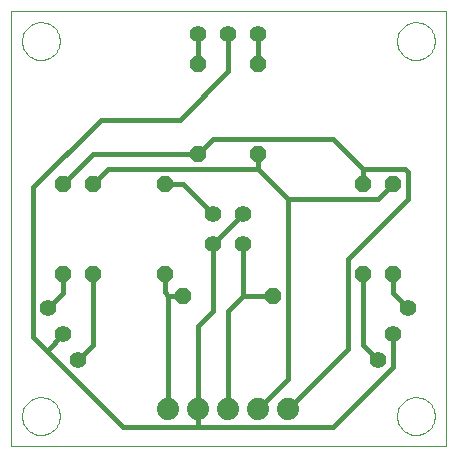
<source format=gbl>
G75*
%MOIN*%
%OFA0B0*%
%FSLAX24Y24*%
%IPPOS*%
%LPD*%
%AMOC8*
5,1,8,0,0,1.08239X$1,22.5*
%
%ADD10C,0.0000*%
%ADD11C,0.0551*%
%ADD12OC8,0.0520*%
%ADD13C,0.0560*%
%ADD14C,0.0740*%
%ADD15C,0.0160*%
D10*
X000100Y000112D02*
X000100Y014608D01*
X000100Y014612D01*
X000100Y014608D02*
X014595Y014608D01*
X014595Y000112D01*
X000100Y000112D01*
X000470Y001112D02*
X000472Y001162D01*
X000478Y001212D01*
X000488Y001261D01*
X000502Y001309D01*
X000519Y001356D01*
X000540Y001401D01*
X000565Y001445D01*
X000593Y001486D01*
X000625Y001525D01*
X000659Y001562D01*
X000696Y001596D01*
X000736Y001626D01*
X000778Y001653D01*
X000822Y001677D01*
X000868Y001698D01*
X000915Y001714D01*
X000963Y001727D01*
X001013Y001736D01*
X001062Y001741D01*
X001113Y001742D01*
X001163Y001739D01*
X001212Y001732D01*
X001261Y001721D01*
X001309Y001706D01*
X001355Y001688D01*
X001400Y001666D01*
X001443Y001640D01*
X001484Y001611D01*
X001523Y001579D01*
X001559Y001544D01*
X001591Y001506D01*
X001621Y001466D01*
X001648Y001423D01*
X001671Y001379D01*
X001690Y001333D01*
X001706Y001285D01*
X001718Y001236D01*
X001726Y001187D01*
X001730Y001137D01*
X001730Y001087D01*
X001726Y001037D01*
X001718Y000988D01*
X001706Y000939D01*
X001690Y000891D01*
X001671Y000845D01*
X001648Y000801D01*
X001621Y000758D01*
X001591Y000718D01*
X001559Y000680D01*
X001523Y000645D01*
X001484Y000613D01*
X001443Y000584D01*
X001400Y000558D01*
X001355Y000536D01*
X001309Y000518D01*
X001261Y000503D01*
X001212Y000492D01*
X001163Y000485D01*
X001113Y000482D01*
X001062Y000483D01*
X001013Y000488D01*
X000963Y000497D01*
X000915Y000510D01*
X000868Y000526D01*
X000822Y000547D01*
X000778Y000571D01*
X000736Y000598D01*
X000696Y000628D01*
X000659Y000662D01*
X000625Y000699D01*
X000593Y000738D01*
X000565Y000779D01*
X000540Y000823D01*
X000519Y000868D01*
X000502Y000915D01*
X000488Y000963D01*
X000478Y001012D01*
X000472Y001062D01*
X000470Y001112D01*
X000470Y013612D02*
X000472Y013662D01*
X000478Y013712D01*
X000488Y013761D01*
X000502Y013809D01*
X000519Y013856D01*
X000540Y013901D01*
X000565Y013945D01*
X000593Y013986D01*
X000625Y014025D01*
X000659Y014062D01*
X000696Y014096D01*
X000736Y014126D01*
X000778Y014153D01*
X000822Y014177D01*
X000868Y014198D01*
X000915Y014214D01*
X000963Y014227D01*
X001013Y014236D01*
X001062Y014241D01*
X001113Y014242D01*
X001163Y014239D01*
X001212Y014232D01*
X001261Y014221D01*
X001309Y014206D01*
X001355Y014188D01*
X001400Y014166D01*
X001443Y014140D01*
X001484Y014111D01*
X001523Y014079D01*
X001559Y014044D01*
X001591Y014006D01*
X001621Y013966D01*
X001648Y013923D01*
X001671Y013879D01*
X001690Y013833D01*
X001706Y013785D01*
X001718Y013736D01*
X001726Y013687D01*
X001730Y013637D01*
X001730Y013587D01*
X001726Y013537D01*
X001718Y013488D01*
X001706Y013439D01*
X001690Y013391D01*
X001671Y013345D01*
X001648Y013301D01*
X001621Y013258D01*
X001591Y013218D01*
X001559Y013180D01*
X001523Y013145D01*
X001484Y013113D01*
X001443Y013084D01*
X001400Y013058D01*
X001355Y013036D01*
X001309Y013018D01*
X001261Y013003D01*
X001212Y012992D01*
X001163Y012985D01*
X001113Y012982D01*
X001062Y012983D01*
X001013Y012988D01*
X000963Y012997D01*
X000915Y013010D01*
X000868Y013026D01*
X000822Y013047D01*
X000778Y013071D01*
X000736Y013098D01*
X000696Y013128D01*
X000659Y013162D01*
X000625Y013199D01*
X000593Y013238D01*
X000565Y013279D01*
X000540Y013323D01*
X000519Y013368D01*
X000502Y013415D01*
X000488Y013463D01*
X000478Y013512D01*
X000472Y013562D01*
X000470Y013612D01*
X012970Y013612D02*
X012972Y013662D01*
X012978Y013712D01*
X012988Y013761D01*
X013002Y013809D01*
X013019Y013856D01*
X013040Y013901D01*
X013065Y013945D01*
X013093Y013986D01*
X013125Y014025D01*
X013159Y014062D01*
X013196Y014096D01*
X013236Y014126D01*
X013278Y014153D01*
X013322Y014177D01*
X013368Y014198D01*
X013415Y014214D01*
X013463Y014227D01*
X013513Y014236D01*
X013562Y014241D01*
X013613Y014242D01*
X013663Y014239D01*
X013712Y014232D01*
X013761Y014221D01*
X013809Y014206D01*
X013855Y014188D01*
X013900Y014166D01*
X013943Y014140D01*
X013984Y014111D01*
X014023Y014079D01*
X014059Y014044D01*
X014091Y014006D01*
X014121Y013966D01*
X014148Y013923D01*
X014171Y013879D01*
X014190Y013833D01*
X014206Y013785D01*
X014218Y013736D01*
X014226Y013687D01*
X014230Y013637D01*
X014230Y013587D01*
X014226Y013537D01*
X014218Y013488D01*
X014206Y013439D01*
X014190Y013391D01*
X014171Y013345D01*
X014148Y013301D01*
X014121Y013258D01*
X014091Y013218D01*
X014059Y013180D01*
X014023Y013145D01*
X013984Y013113D01*
X013943Y013084D01*
X013900Y013058D01*
X013855Y013036D01*
X013809Y013018D01*
X013761Y013003D01*
X013712Y012992D01*
X013663Y012985D01*
X013613Y012982D01*
X013562Y012983D01*
X013513Y012988D01*
X013463Y012997D01*
X013415Y013010D01*
X013368Y013026D01*
X013322Y013047D01*
X013278Y013071D01*
X013236Y013098D01*
X013196Y013128D01*
X013159Y013162D01*
X013125Y013199D01*
X013093Y013238D01*
X013065Y013279D01*
X013040Y013323D01*
X013019Y013368D01*
X013002Y013415D01*
X012988Y013463D01*
X012978Y013512D01*
X012972Y013562D01*
X012970Y013612D01*
X012970Y001112D02*
X012972Y001162D01*
X012978Y001212D01*
X012988Y001261D01*
X013002Y001309D01*
X013019Y001356D01*
X013040Y001401D01*
X013065Y001445D01*
X013093Y001486D01*
X013125Y001525D01*
X013159Y001562D01*
X013196Y001596D01*
X013236Y001626D01*
X013278Y001653D01*
X013322Y001677D01*
X013368Y001698D01*
X013415Y001714D01*
X013463Y001727D01*
X013513Y001736D01*
X013562Y001741D01*
X013613Y001742D01*
X013663Y001739D01*
X013712Y001732D01*
X013761Y001721D01*
X013809Y001706D01*
X013855Y001688D01*
X013900Y001666D01*
X013943Y001640D01*
X013984Y001611D01*
X014023Y001579D01*
X014059Y001544D01*
X014091Y001506D01*
X014121Y001466D01*
X014148Y001423D01*
X014171Y001379D01*
X014190Y001333D01*
X014206Y001285D01*
X014218Y001236D01*
X014226Y001187D01*
X014230Y001137D01*
X014230Y001087D01*
X014226Y001037D01*
X014218Y000988D01*
X014206Y000939D01*
X014190Y000891D01*
X014171Y000845D01*
X014148Y000801D01*
X014121Y000758D01*
X014091Y000718D01*
X014059Y000680D01*
X014023Y000645D01*
X013984Y000613D01*
X013943Y000584D01*
X013900Y000558D01*
X013855Y000536D01*
X013809Y000518D01*
X013761Y000503D01*
X013712Y000492D01*
X013663Y000485D01*
X013613Y000482D01*
X013562Y000483D01*
X013513Y000488D01*
X013463Y000497D01*
X013415Y000510D01*
X013368Y000526D01*
X013322Y000547D01*
X013278Y000571D01*
X013236Y000598D01*
X013196Y000628D01*
X013159Y000662D01*
X013125Y000699D01*
X013093Y000738D01*
X013065Y000779D01*
X013040Y000823D01*
X013019Y000868D01*
X013002Y000915D01*
X012988Y000963D01*
X012978Y001012D01*
X012972Y001062D01*
X012970Y001112D01*
D11*
X012350Y002996D03*
X012850Y003862D03*
X013350Y004728D03*
X008350Y013862D03*
X007350Y013862D03*
X006350Y013862D03*
X001350Y004728D03*
X001850Y003862D03*
X002350Y002996D03*
D12*
X001850Y005862D03*
X002850Y005862D03*
X005225Y005862D03*
X005850Y005112D03*
X008850Y005112D03*
X011850Y005862D03*
X012850Y005862D03*
X012850Y008862D03*
X011850Y008862D03*
X008350Y009862D03*
X006350Y009862D03*
X005225Y008862D03*
X002850Y008862D03*
X001850Y008862D03*
X006350Y012862D03*
X008350Y012862D03*
D13*
X007850Y007862D03*
X006850Y007862D03*
X006850Y006862D03*
X007850Y006862D03*
D14*
X007350Y001362D03*
X008350Y001362D03*
X009350Y001362D03*
X006350Y001362D03*
X005350Y001362D03*
D15*
X005350Y005112D01*
X005225Y005237D01*
X005225Y005862D01*
X005350Y005112D02*
X005850Y005112D01*
X006850Y004612D02*
X006350Y004112D01*
X006350Y001362D01*
X006350Y000737D01*
X010850Y000737D01*
X012850Y002737D01*
X012850Y003862D01*
X013350Y004728D02*
X012850Y005228D01*
X012850Y005862D01*
X011850Y005862D02*
X011850Y003496D01*
X012350Y002996D01*
X011350Y003362D02*
X011350Y006362D01*
X013350Y008362D01*
X013350Y009237D01*
X013225Y009362D01*
X011850Y009362D01*
X011850Y008862D01*
X011850Y009362D02*
X010850Y010362D01*
X006850Y010362D01*
X006350Y009862D01*
X002850Y009862D01*
X001850Y008862D01*
X002850Y008862D02*
X003350Y009362D01*
X008350Y009362D01*
X009350Y008362D01*
X009350Y002362D01*
X008350Y001362D01*
X007350Y001362D02*
X007350Y004612D01*
X007850Y005112D01*
X008850Y005112D01*
X007850Y005112D02*
X007850Y006862D01*
X006850Y006862D02*
X007850Y007862D01*
X006850Y007862D02*
X005850Y008862D01*
X005225Y008862D01*
X005725Y010987D02*
X003100Y010987D01*
X000850Y008737D01*
X000850Y003737D01*
X001288Y003299D01*
X001850Y003862D01*
X001288Y003299D02*
X003850Y000737D01*
X006350Y000737D01*
X009350Y001362D02*
X011350Y003362D01*
X006850Y004612D02*
X006850Y006862D01*
X008350Y009362D02*
X008350Y009862D01*
X009350Y008362D02*
X012350Y008362D01*
X012850Y008862D01*
X008350Y012862D02*
X008350Y013862D01*
X007350Y013862D02*
X007350Y012612D01*
X005725Y010987D01*
X006350Y012862D02*
X006350Y013862D01*
X002850Y005862D02*
X002850Y003496D01*
X002350Y002996D01*
X001350Y004728D02*
X001850Y005228D01*
X001850Y005862D01*
M02*

</source>
